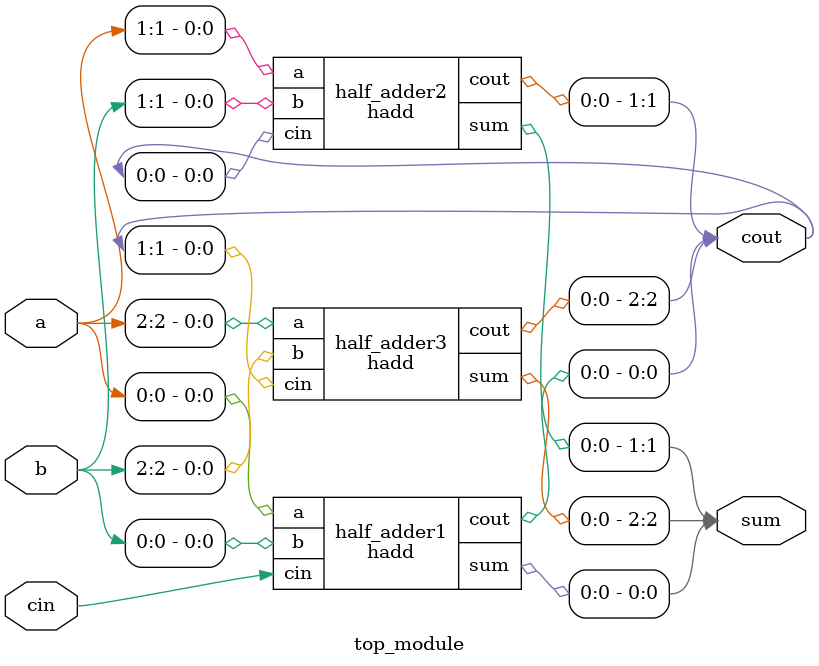
<source format=sv>
module hadd( 
    input a, b, cin,
    output cout, sum
);
	assign cout = a & b | a & cin | b & cin;
	assign sum = a ^ b ^ cin;
endmodule

module top_module( 
    input [2:0] a, b,
    input cin,
    output [2:0] cout,
    output [2:0] sum );

    hadd half_adder1(.a(a[0]), .b(b[0]), .cin(cin), .sum(sum[0]), .cout(cout[0]));
    hadd half_adder2(.a(a[1]), .b(b[1]), .cin(cout[0]), .sum(sum[1]), .cout(cout[1]));
    hadd half_adder3(.a(a[2]), .b(b[2]), .cin(cout[1]), .sum(sum[2]), .cout(cout[2]));
endmodule

</source>
